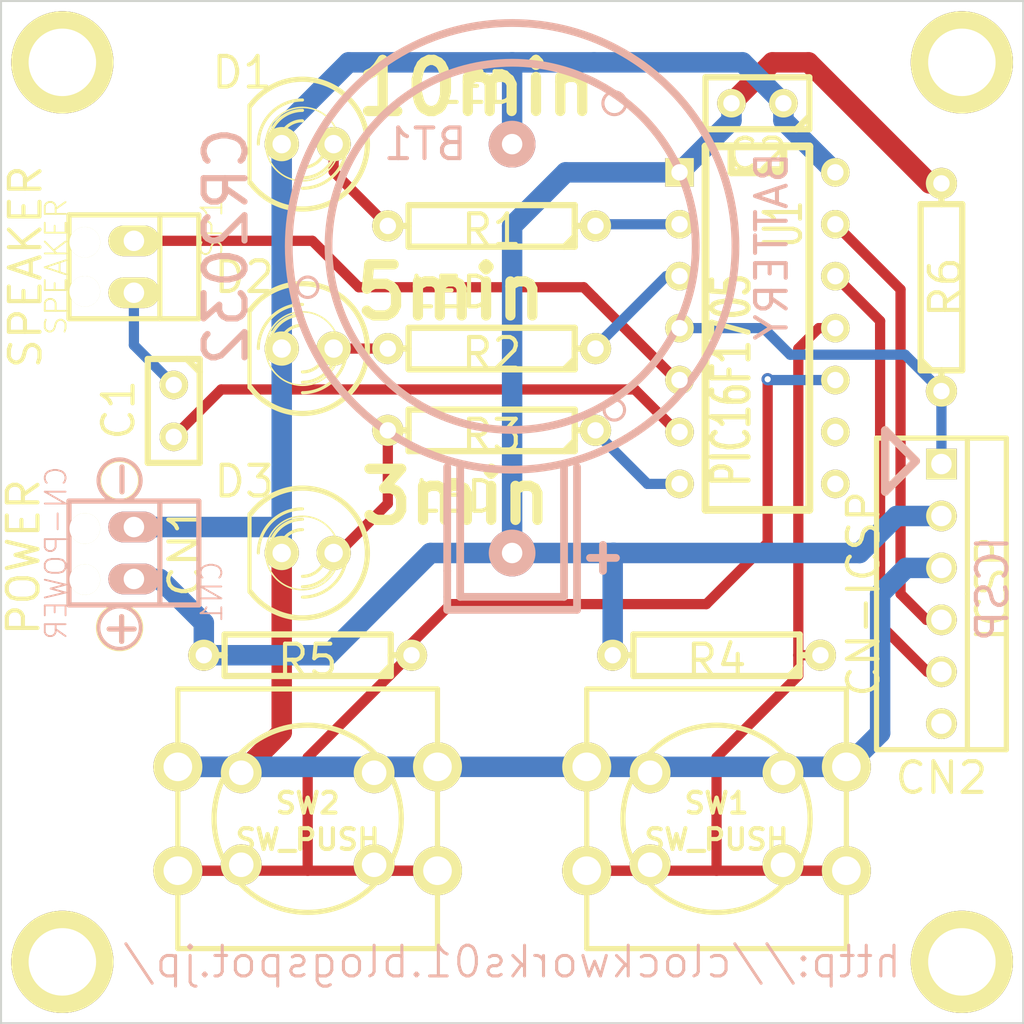
<source format=kicad_pcb>
(kicad_pcb (version 3) (host pcbnew "(2013-07-07 BZR 4022)-stable")

  (general
    (links 45)
    (no_connects 0)
    (area 87.000001 44.150001 163 109.7)
    (thickness 1.6)
    (drawings 54)
    (tracks 121)
    (zones 0)
    (modules 26)
    (nets 17)
  )

  (page A4)
  (title_block 
    (title PIC16F1827_MelodyTimer4)
    (rev 1.0.0)
    (company ClockWorks001)
    (comment 1 PIC16F1827)
  )

  (layers
    (15 F.Cu signal)
    (0 B.Cu signal hide)
    (16 B.Adhes user hide)
    (17 F.Adhes user hide)
    (18 B.Paste user hide)
    (19 F.Paste user hide)
    (20 B.SilkS user)
    (21 F.SilkS user hide)
    (22 B.Mask user)
    (23 F.Mask user)
    (24 Dwgs.User user hide)
    (25 Cmts.User user)
    (26 Eco1.User user hide)
    (27 Eco2.User user hide)
    (28 Edge.Cuts user)
  )

  (setup
    (last_trace_width 0.5)
    (trace_clearance 0.25)
    (zone_clearance 0.508)
    (zone_45_only no)
    (trace_min 0.3)
    (segment_width 0.2)
    (edge_width 0.1)
    (via_size 0.6)
    (via_drill 0.3)
    (via_min_size 0.6)
    (via_min_drill 0.3)
    (uvia_size 0.508)
    (uvia_drill 0.127)
    (uvias_allowed no)
    (uvia_min_size 0.508)
    (uvia_min_drill 0.127)
    (pcb_text_width 0.3)
    (pcb_text_size 1.5 1.5)
    (mod_edge_width 0.15)
    (mod_text_size 1.5 1.5)
    (mod_text_width 0.2)
    (pad_size 1.5 1.5)
    (pad_drill 1.5)
    (pad_to_mask_clearance 0)
    (aux_axis_origin 0 0)
    (visible_elements 7FFFFD9F)
    (pcbplotparams
      (layerselection 284196865)
      (usegerberextensions true)
      (excludeedgelayer true)
      (linewidth 0.160000)
      (plotframeref false)
      (viasonmask false)
      (mode 1)
      (useauxorigin false)
      (hpglpennumber 1)
      (hpglpenspeed 20)
      (hpglpendiameter 15)
      (hpglpenoverlay 2)
      (psnegative false)
      (psa4output false)
      (plotreference true)
      (plotvalue false)
      (plotothertext false)
      (plotinvisibletext false)
      (padsonsilk false)
      (subtractmaskfromsilk false)
      (outputformat 1)
      (mirror false)
      (drillshape 0)
      (scaleselection 1)
      (outputdirectory ""))
  )

  (net 0 "")
  (net 1 +3.3V)
  (net 2 GND)
  (net 3 N-000001)
  (net 4 N-0000010)
  (net 5 N-0000011)
  (net 6 N-0000012)
  (net 7 N-0000014)
  (net 8 N-0000015)
  (net 9 N-0000016)
  (net 10 N-0000017)
  (net 11 N-0000018)
  (net 12 N-000002)
  (net 13 N-000004)
  (net 14 N-000005)
  (net 15 N-000007)
  (net 16 N-000009)

  (net_class Default "これは標準のネット クラスです。"
    (clearance 0.25)
    (trace_width 0.5)
    (via_dia 0.6)
    (via_drill 0.3)
    (uvia_dia 0.508)
    (uvia_drill 0.127)
    (add_net "")
    (add_net N-000001)
    (add_net N-0000010)
    (add_net N-0000011)
    (add_net N-0000012)
    (add_net N-0000014)
    (add_net N-0000015)
    (add_net N-0000016)
    (add_net N-0000017)
    (add_net N-0000018)
    (add_net N-000002)
    (add_net N-000004)
    (add_net N-000005)
    (add_net N-000007)
    (add_net N-000009)
  )

  (net_class 1.5mmWidth ""
    (clearance 0.5)
    (trace_width 1.5)
    (via_dia 1.5)
    (via_drill 0.8)
    (uvia_dia 0.508)
    (uvia_drill 0.127)
  )

  (net_class 1mmWidth ""
    (clearance 0.4)
    (trace_width 1)
    (via_dia 1)
    (via_drill 0.6)
    (uvia_dia 0.508)
    (uvia_drill 0.127)
    (add_net +3.3V)
    (add_net GND)
  )

  (module CR2032H_AK (layer B.Cu) (tedit 54FEFE18) (tstamp 54F5C385)
    (at 125 62 270)
    (path /54F5C03D)
    (fp_text reference BT1 (at -5 4.25 360) (layer B.SilkS)
      (effects (font (size 1.5 1.5) (thickness 0.2)) (justify mirror))
    )
    (fp_text value BATTERY (at 0 -12.7 270) (layer B.SilkS)
      (effects (font (size 1.5 1.5) (thickness 0.2)) (justify mirror))
    )
    (fp_circle (center 2 10) (end 2.5 10) (layer B.SilkS) (width 0.15))
    (fp_circle (center 8 -5) (end 7.5 -5) (layer B.SilkS) (width 0.15))
    (fp_circle (center -7 -5) (end -6.5 -4.75) (layer B.SilkS) (width 0.15))
    (fp_line (start 15.24 -3.81) (end 15.24 -5.08) (layer B.SilkS) (width 0.381))
    (fp_line (start 14.605 -4.445) (end 15.875 -4.445) (layer B.SilkS) (width 0.381))
    (fp_line (start 10.795 2.54) (end 17.145 2.54) (layer B.SilkS) (width 0.381))
    (fp_line (start 17.145 2.54) (end 17.145 -2.54) (layer B.SilkS) (width 0.381))
    (fp_line (start 17.145 -2.54) (end 10.795 -2.54) (layer B.SilkS) (width 0.381))
    (fp_line (start 17.145 3.175) (end 17.78 3.175) (layer B.SilkS) (width 0.381))
    (fp_line (start 17.78 3.175) (end 17.78 -3.175) (layer B.SilkS) (width 0.381))
    (fp_line (start 17.78 -3.175) (end 17.145 -3.175) (layer B.SilkS) (width 0.381))
    (fp_line (start 15.875 3.175) (end 17.145 3.175) (layer B.SilkS) (width 0.381))
    (fp_line (start 17.145 -3.175) (end 10.795 -3.175) (layer B.SilkS) (width 0.381))
    (fp_line (start 10.795 3.175) (end 15.875 3.175) (layer B.SilkS) (width 0.381))
    (fp_circle (center 0 0) (end -1.27 8.89) (layer B.SilkS) (width 0.381))
    (fp_circle (center 0 0) (end 6.35 -8.89) (layer B.SilkS) (width 0.381))
    (pad 2 thru_hole circle (at -5 0 270) (size 2.286 2.286) (drill 1)
      (layers *.Cu *.Mask B.SilkS)
      (net 2 GND)
    )
    (pad 1 thru_hole circle (at 15 0 270) (size 2.286 2.286) (drill 1)
      (layers *.Cu *.Mask B.SilkS)
      (net 1 +3.3V)
    )
  )

  (module LED-5MM_AK (layer F.Cu) (tedit 55A3C9F0) (tstamp 54F66613)
    (at 115 77 180)
    (descr "LED 5mm - Lead pitch 100mil (2,54mm)")
    (tags "LED led 5mm 5MM 100mil 2,54mm")
    (path /54E935CC)
    (fp_text reference D3 (at 3.1 3.5 180) (layer F.SilkS)
      (effects (font (size 1.5 1.5) (thickness 0.2)))
    )
    (fp_text value LED (at -7.25 2.75 180) (layer F.SilkS)
      (effects (font (size 1.5 1.5) (thickness 0.2)))
    )
    (fp_line (start 2.8448 1.905) (end 2.8448 -1.905) (layer F.SilkS) (width 0.2032))
    (fp_circle (center 0.254 0) (end -1.016 1.27) (layer F.SilkS) (width 0.0762))
    (fp_arc (start 0.254 0) (end 2.794 1.905) (angle 286.2) (layer F.SilkS) (width 0.254))
    (fp_arc (start 0.254 0) (end -0.889 0) (angle 90) (layer F.SilkS) (width 0.1524))
    (fp_arc (start 0.254 0) (end 1.397 0) (angle 90) (layer F.SilkS) (width 0.1524))
    (fp_arc (start 0.254 0) (end -1.397 0) (angle 90) (layer F.SilkS) (width 0.1524))
    (fp_arc (start 0.254 0) (end 1.905 0) (angle 90) (layer F.SilkS) (width 0.1524))
    (fp_arc (start 0.254 0) (end -1.905 0) (angle 90) (layer F.SilkS) (width 0.1524))
    (fp_arc (start 0.254 0) (end 2.413 0) (angle 90) (layer F.SilkS) (width 0.1524))
    (pad 1 thru_hole circle (at -1.27 0 180) (size 1.6764 1.6764) (drill 0.9)
      (layers *.Cu *.Mask F.SilkS)
      (net 11 N-0000018)
    )
    (pad 2 thru_hole circle (at 1.27 0 180) (size 1.6764 1.6764) (drill 0.9)
      (layers *.Cu *.Mask F.SilkS)
      (net 2 GND)
    )
    (model discret/leds/led5_vertical_verde.wrl
      (at (xyz 0 0 0))
      (scale (xyz 1 1 1))
      (rotate (xyz 0 0 0))
    )
  )

  (module LED-5MM_AK (layer F.Cu) (tedit 55A3C9FC) (tstamp 54F66633)
    (at 115 67 180)
    (descr "LED 5mm - Lead pitch 100mil (2,54mm)")
    (tags "LED led 5mm 5MM 100mil 2,54mm")
    (path /54E935C4)
    (fp_text reference D2 (at 3.1 3.5 180) (layer F.SilkS)
      (effects (font (size 1.5 1.5) (thickness 0.2)))
    )
    (fp_text value LED (at -7 2.75 180) (layer F.SilkS)
      (effects (font (size 1.5 1.5) (thickness 0.2)))
    )
    (fp_line (start 2.8448 1.905) (end 2.8448 -1.905) (layer F.SilkS) (width 0.2032))
    (fp_circle (center 0.254 0) (end -1.016 1.27) (layer F.SilkS) (width 0.0762))
    (fp_arc (start 0.254 0) (end 2.794 1.905) (angle 286.2) (layer F.SilkS) (width 0.254))
    (fp_arc (start 0.254 0) (end -0.889 0) (angle 90) (layer F.SilkS) (width 0.1524))
    (fp_arc (start 0.254 0) (end 1.397 0) (angle 90) (layer F.SilkS) (width 0.1524))
    (fp_arc (start 0.254 0) (end -1.397 0) (angle 90) (layer F.SilkS) (width 0.1524))
    (fp_arc (start 0.254 0) (end 1.905 0) (angle 90) (layer F.SilkS) (width 0.1524))
    (fp_arc (start 0.254 0) (end -1.905 0) (angle 90) (layer F.SilkS) (width 0.1524))
    (fp_arc (start 0.254 0) (end 2.413 0) (angle 90) (layer F.SilkS) (width 0.1524))
    (pad 1 thru_hole circle (at -1.27 0 180) (size 1.6764 1.6764) (drill 0.9)
      (layers *.Cu *.Mask F.SilkS)
      (net 10 N-0000017)
    )
    (pad 2 thru_hole circle (at 1.27 0 180) (size 1.6764 1.6764) (drill 0.9)
      (layers *.Cu *.Mask F.SilkS)
      (net 2 GND)
    )
    (model discret/leds/led5_vertical_verde.wrl
      (at (xyz 0 0 0))
      (scale (xyz 1 1 1))
      (rotate (xyz 0 0 0))
    )
  )

  (module LED-5MM_AK (layer F.Cu) (tedit 55A3CA07) (tstamp 54F66653)
    (at 115 57 180)
    (descr "LED 5mm - Lead pitch 100mil (2,54mm)")
    (tags "LED led 5mm 5MM 100mil 2,54mm")
    (path /54E93581)
    (fp_text reference D1 (at 3.2 3.5 180) (layer F.SilkS)
      (effects (font (size 1.5 1.5) (thickness 0.2)))
    )
    (fp_text value LED (at -8.25 2.75 180) (layer F.SilkS)
      (effects (font (size 1.5 1.5) (thickness 0.2)))
    )
    (fp_line (start 2.8448 1.905) (end 2.8448 -1.905) (layer F.SilkS) (width 0.2032))
    (fp_circle (center 0.254 0) (end -1.016 1.27) (layer F.SilkS) (width 0.0762))
    (fp_arc (start 0.254 0) (end 2.794 1.905) (angle 286.2) (layer F.SilkS) (width 0.254))
    (fp_arc (start 0.254 0) (end -0.889 0) (angle 90) (layer F.SilkS) (width 0.1524))
    (fp_arc (start 0.254 0) (end 1.397 0) (angle 90) (layer F.SilkS) (width 0.1524))
    (fp_arc (start 0.254 0) (end -1.397 0) (angle 90) (layer F.SilkS) (width 0.1524))
    (fp_arc (start 0.254 0) (end 1.905 0) (angle 90) (layer F.SilkS) (width 0.1524))
    (fp_arc (start 0.254 0) (end -1.905 0) (angle 90) (layer F.SilkS) (width 0.1524))
    (fp_arc (start 0.254 0) (end 2.413 0) (angle 90) (layer F.SilkS) (width 0.1524))
    (pad 1 thru_hole circle (at -1.27 0 180) (size 1.6764 1.6764) (drill 0.9)
      (layers *.Cu *.Mask F.SilkS)
      (net 8 N-0000015)
    )
    (pad 2 thru_hole circle (at 1.27 0 180) (size 1.6764 1.6764) (drill 0.9)
      (layers *.Cu *.Mask F.SilkS)
      (net 2 GND)
    )
    (model discret/leds/led5_vertical_verde.wrl
      (at (xyz 0 0 0))
      (scale (xyz 1 1 1))
      (rotate (xyz 0 0 0))
    )
  )

  (module PAD3mmX5mm (layer F.Cu) (tedit 54FC3A35) (tstamp 54F7118F)
    (at 103 97)
    (fp_text reference P3 (at 0 0) (layer F.SilkS)
      (effects (font (size 1.5 1.5) (thickness 0.2)))
    )
    (fp_text value "" (at 2.54 -1.27) (layer F.SilkS)
      (effects (font (size 1.5 1.5) (thickness 0.2)))
    )
    (pad "" thru_hole circle (at 0 0) (size 5 5) (drill 3.3)
      (layers *.Cu *.Mask F.SilkS)
    )
  )

  (module PAD3mmX5mm (layer F.Cu) (tedit 54FC3A38) (tstamp 54F85210)
    (at 147 97)
    (fp_text reference P4 (at 0 0) (layer F.SilkS)
      (effects (font (size 1.5 1.5) (thickness 0.2)))
    )
    (fp_text value "" (at 2.54 -1.27) (layer F.SilkS)
      (effects (font (size 1.5 1.5) (thickness 0.2)))
    )
    (pad "" thru_hole circle (at 0 0) (size 5 5) (drill 3.3)
      (layers *.Cu *.Mask F.SilkS)
    )
  )

  (module PAD3mmX5mm (layer F.Cu) (tedit 54FC3A32) (tstamp 54F7117D)
    (at 103 53)
    (fp_text reference P2 (at 0 0) (layer F.SilkS)
      (effects (font (size 1.5 1.5) (thickness 0.2)))
    )
    (fp_text value "" (at 2.54 -1.27) (layer F.SilkS)
      (effects (font (size 1.5 1.5) (thickness 0.2)))
    )
    (pad "" thru_hole circle (at 0 0) (size 5 5) (drill 3.3)
      (layers *.Cu *.Mask F.SilkS)
    )
  )

  (module PAD3mmX5mm (layer F.Cu) (tedit 54FC3A2F) (tstamp 54F71174)
    (at 147 53)
    (fp_text reference P1 (at 0 0) (layer F.SilkS)
      (effects (font (size 1.5 1.5) (thickness 0.2)))
    )
    (fp_text value "" (at 2.54 -1.27) (layer F.SilkS)
      (effects (font (size 1.5 1.5) (thickness 0.2)))
    )
    (pad "" thru_hole circle (at 0 0) (size 5 5) (drill 3.3)
      (layers *.Cu *.Mask F.SilkS)
    )
  )

  (module R4_MU (layer F.Cu) (tedit 54FF02C2) (tstamp 54F666C7)
    (at 135 82 180)
    (descr "Resitance 4 pas")
    (tags R)
    (path /54E93F69)
    (autoplace_cost180 10)
    (fp_text reference R4 (at 0 -0.25 180) (layer F.SilkS)
      (effects (font (size 1.5 1.5) (thickness 0.2)))
    )
    (fp_text value 10K (at -0.25 2 180) (layer F.SilkS) hide
      (effects (font (size 1.5 1.5) (thickness 0.2)))
    )
    (fp_line (start -5.08 0) (end -4.064 0) (layer F.SilkS) (width 0.3048))
    (fp_line (start -4.064 0) (end -4.064 -1.016) (layer F.SilkS) (width 0.3048))
    (fp_line (start -4.064 -1.016) (end 4.064 -1.016) (layer F.SilkS) (width 0.3048))
    (fp_line (start 4.064 -1.016) (end 4.064 1.016) (layer F.SilkS) (width 0.3048))
    (fp_line (start 4.064 1.016) (end -4.064 1.016) (layer F.SilkS) (width 0.3048))
    (fp_line (start -4.064 1.016) (end -4.064 0) (layer F.SilkS) (width 0.3048))
    (fp_line (start -4.064 -0.508) (end -3.556 -1.016) (layer F.SilkS) (width 0.3048))
    (fp_line (start 5.08 0) (end 4.064 0) (layer F.SilkS) (width 0.3048))
    (pad 1 thru_hole circle (at -5.08 0 180) (size 1.524 1.524) (drill 0.8)
      (layers *.Cu *.Mask F.SilkS)
      (net 3 N-000001)
    )
    (pad 2 thru_hole circle (at 5.08 0 180) (size 1.524 1.524) (drill 0.8)
      (layers *.Cu *.Mask F.SilkS)
      (net 1 +3.3V)
    )
    (model discret/resistor.wrl
      (at (xyz 0 0 0))
      (scale (xyz 0.4 0.4 0.4))
      (rotate (xyz 0 0 0))
    )
  )

  (module R4_MU (layer F.Cu) (tedit 54FF02C6) (tstamp 54F666E5)
    (at 115 82 180)
    (descr "Resitance 4 pas")
    (tags R)
    (path /54E93E26)
    (autoplace_cost180 10)
    (fp_text reference R5 (at 0 -0.25 180) (layer F.SilkS)
      (effects (font (size 1.5 1.5) (thickness 0.2)))
    )
    (fp_text value 10K (at -0.25 2 180) (layer F.SilkS) hide
      (effects (font (size 1.5 1.5) (thickness 0.2)))
    )
    (fp_line (start -5.08 0) (end -4.064 0) (layer F.SilkS) (width 0.3048))
    (fp_line (start -4.064 0) (end -4.064 -1.016) (layer F.SilkS) (width 0.3048))
    (fp_line (start -4.064 -1.016) (end 4.064 -1.016) (layer F.SilkS) (width 0.3048))
    (fp_line (start 4.064 -1.016) (end 4.064 1.016) (layer F.SilkS) (width 0.3048))
    (fp_line (start 4.064 1.016) (end -4.064 1.016) (layer F.SilkS) (width 0.3048))
    (fp_line (start -4.064 1.016) (end -4.064 0) (layer F.SilkS) (width 0.3048))
    (fp_line (start -4.064 -0.508) (end -3.556 -1.016) (layer F.SilkS) (width 0.3048))
    (fp_line (start 5.08 0) (end 4.064 0) (layer F.SilkS) (width 0.3048))
    (pad 1 thru_hole circle (at -5.08 0 180) (size 1.524 1.524) (drill 0.8)
      (layers *.Cu *.Mask F.SilkS)
      (net 16 N-000009)
    )
    (pad 2 thru_hole circle (at 5.08 0 180) (size 1.524 1.524) (drill 0.8)
      (layers *.Cu *.Mask F.SilkS)
      (net 1 +3.3V)
    )
    (model discret/resistor.wrl
      (at (xyz 0 0 0))
      (scale (xyz 0.4 0.4 0.4))
      (rotate (xyz 0 0 0))
    )
  )

  (module R4_MU (layer F.Cu) (tedit 54FF028E) (tstamp 54F72914)
    (at 124 71 180)
    (descr "Resitance 4 pas")
    (tags R)
    (path /54E936EC)
    (autoplace_cost180 10)
    (fp_text reference R3 (at 0 -0.25 180) (layer F.SilkS)
      (effects (font (size 1.5 1.5) (thickness 0.2)))
    )
    (fp_text value 240 (at 0 2 180) (layer F.SilkS) hide
      (effects (font (size 1.5 1.5) (thickness 0.2)))
    )
    (fp_line (start -5.08 0) (end -4.064 0) (layer F.SilkS) (width 0.3048))
    (fp_line (start -4.064 0) (end -4.064 -1.016) (layer F.SilkS) (width 0.3048))
    (fp_line (start -4.064 -1.016) (end 4.064 -1.016) (layer F.SilkS) (width 0.3048))
    (fp_line (start 4.064 -1.016) (end 4.064 1.016) (layer F.SilkS) (width 0.3048))
    (fp_line (start 4.064 1.016) (end -4.064 1.016) (layer F.SilkS) (width 0.3048))
    (fp_line (start -4.064 1.016) (end -4.064 0) (layer F.SilkS) (width 0.3048))
    (fp_line (start -4.064 -0.508) (end -3.556 -1.016) (layer F.SilkS) (width 0.3048))
    (fp_line (start 5.08 0) (end 4.064 0) (layer F.SilkS) (width 0.3048))
    (pad 1 thru_hole circle (at -5.08 0 180) (size 1.524 1.524) (drill 0.8)
      (layers *.Cu *.Mask F.SilkS)
      (net 15 N-000007)
    )
    (pad 2 thru_hole circle (at 5.08 0 180) (size 1.524 1.524) (drill 0.8)
      (layers *.Cu *.Mask F.SilkS)
      (net 11 N-0000018)
    )
    (model discret/resistor.wrl
      (at (xyz 0 0 0))
      (scale (xyz 0.4 0.4 0.4))
      (rotate (xyz 0 0 0))
    )
  )

  (module R4_MU (layer F.Cu) (tedit 54FF0292) (tstamp 54F66721)
    (at 124 67 180)
    (descr "Resitance 4 pas")
    (tags R)
    (path /54E936CD)
    (autoplace_cost180 10)
    (fp_text reference R2 (at 0 -0.25 180) (layer F.SilkS)
      (effects (font (size 1.5 1.5) (thickness 0.2)))
    )
    (fp_text value 240 (at 0 2 180) (layer F.SilkS) hide
      (effects (font (size 1.5 1.5) (thickness 0.2)))
    )
    (fp_line (start -5.08 0) (end -4.064 0) (layer F.SilkS) (width 0.3048))
    (fp_line (start -4.064 0) (end -4.064 -1.016) (layer F.SilkS) (width 0.3048))
    (fp_line (start -4.064 -1.016) (end 4.064 -1.016) (layer F.SilkS) (width 0.3048))
    (fp_line (start 4.064 -1.016) (end 4.064 1.016) (layer F.SilkS) (width 0.3048))
    (fp_line (start 4.064 1.016) (end -4.064 1.016) (layer F.SilkS) (width 0.3048))
    (fp_line (start -4.064 1.016) (end -4.064 0) (layer F.SilkS) (width 0.3048))
    (fp_line (start -4.064 -0.508) (end -3.556 -1.016) (layer F.SilkS) (width 0.3048))
    (fp_line (start 5.08 0) (end 4.064 0) (layer F.SilkS) (width 0.3048))
    (pad 1 thru_hole circle (at -5.08 0 180) (size 1.524 1.524) (drill 0.8)
      (layers *.Cu *.Mask F.SilkS)
      (net 9 N-0000016)
    )
    (pad 2 thru_hole circle (at 5.08 0 180) (size 1.524 1.524) (drill 0.8)
      (layers *.Cu *.Mask F.SilkS)
      (net 10 N-0000017)
    )
    (model discret/resistor.wrl
      (at (xyz 0 0 0))
      (scale (xyz 0.4 0.4 0.4))
      (rotate (xyz 0 0 0))
    )
  )

  (module R4_MU (layer F.Cu) (tedit 54FF02A4) (tstamp 54F6673F)
    (at 124 61 180)
    (descr "Resitance 4 pas")
    (tags R)
    (path /54E936B1)
    (autoplace_cost180 10)
    (fp_text reference R1 (at 0 -0.2 180) (layer F.SilkS)
      (effects (font (size 1.5 1.5) (thickness 0.2)))
    )
    (fp_text value 240 (at 0 2 180) (layer F.SilkS) hide
      (effects (font (size 1.5 1.5) (thickness 0.2)))
    )
    (fp_line (start -5.08 0) (end -4.064 0) (layer F.SilkS) (width 0.3048))
    (fp_line (start -4.064 0) (end -4.064 -1.016) (layer F.SilkS) (width 0.3048))
    (fp_line (start -4.064 -1.016) (end 4.064 -1.016) (layer F.SilkS) (width 0.3048))
    (fp_line (start 4.064 -1.016) (end 4.064 1.016) (layer F.SilkS) (width 0.3048))
    (fp_line (start 4.064 1.016) (end -4.064 1.016) (layer F.SilkS) (width 0.3048))
    (fp_line (start -4.064 1.016) (end -4.064 0) (layer F.SilkS) (width 0.3048))
    (fp_line (start -4.064 -0.508) (end -3.556 -1.016) (layer F.SilkS) (width 0.3048))
    (fp_line (start 5.08 0) (end 4.064 0) (layer F.SilkS) (width 0.3048))
    (pad 1 thru_hole circle (at -5.08 0 180) (size 1.524 1.524) (drill 0.8)
      (layers *.Cu *.Mask F.SilkS)
      (net 7 N-0000014)
    )
    (pad 2 thru_hole circle (at 5.08 0 180) (size 1.524 1.524) (drill 0.8)
      (layers *.Cu *.Mask F.SilkS)
      (net 8 N-0000015)
    )
    (model discret/resistor.wrl
      (at (xyz 0 0 0))
      (scale (xyz 0.4 0.4 0.4))
      (rotate (xyz 0 0 0))
    )
  )

  (module C1_MU (layer F.Cu) (tedit 54FEF9D5) (tstamp 54FB130A)
    (at 137 55 180)
    (descr "Condensateur e = 1 pas")
    (tags C)
    (path /54E93FFC)
    (fp_text reference C2 (at 0 -2.5 180) (layer F.SilkS)
      (effects (font (size 1.5 1.5) (thickness 0.2)))
    )
    (fp_text value 0.1uF (at 0 2.25 180) (layer F.SilkS) hide
      (effects (font (size 1.5 1.5) (thickness 0.2)))
    )
    (fp_line (start -2.4892 -1.27) (end 2.54 -1.27) (layer F.SilkS) (width 0.3048))
    (fp_line (start 2.54 -1.27) (end 2.54 1.27) (layer F.SilkS) (width 0.3048))
    (fp_line (start 2.54 1.27) (end -2.54 1.27) (layer F.SilkS) (width 0.3048))
    (fp_line (start -2.54 1.27) (end -2.54 -1.27) (layer F.SilkS) (width 0.3048))
    (fp_line (start -2.54 -0.635) (end -1.905 -1.27) (layer F.SilkS) (width 0.3048))
    (pad 1 thru_hole circle (at -1.27 0 180) (size 1.397 1.397) (drill 0.8)
      (layers *.Cu *.Mask F.SilkS)
      (net 2 GND)
    )
    (pad 2 thru_hole circle (at 1.27 0 180) (size 1.397 1.397) (drill 0.8)
      (layers *.Cu *.Mask F.SilkS)
      (net 1 +3.3V)
    )
    (model discret/capa_1_pas.wrl
      (at (xyz 0 0 0))
      (scale (xyz 1 1 1))
      (rotate (xyz 0 0 0))
    )
  )

  (module C1_MU (layer F.Cu) (tedit 54FEF998) (tstamp 54F665B7)
    (at 108.45 70.05 270)
    (descr "Condensateur e = 1 pas")
    (tags C)
    (path /54E93762)
    (fp_text reference C1 (at -0.05 2.7 270) (layer F.SilkS)
      (effects (font (size 1.5 1.5) (thickness 0.2)))
    )
    (fp_text value 10uF (at 0 -2.286 270) (layer F.SilkS) hide
      (effects (font (size 1.5 1.5) (thickness 0.2)))
    )
    (fp_line (start -2.4892 -1.27) (end 2.54 -1.27) (layer F.SilkS) (width 0.3048))
    (fp_line (start 2.54 -1.27) (end 2.54 1.27) (layer F.SilkS) (width 0.3048))
    (fp_line (start 2.54 1.27) (end -2.54 1.27) (layer F.SilkS) (width 0.3048))
    (fp_line (start -2.54 1.27) (end -2.54 -1.27) (layer F.SilkS) (width 0.3048))
    (fp_line (start -2.54 -0.635) (end -1.905 -1.27) (layer F.SilkS) (width 0.3048))
    (pad 1 thru_hole circle (at -1.27 0 270) (size 1.397 1.397) (drill 0.8)
      (layers *.Cu *.Mask F.SilkS)
      (net 13 N-000004)
    )
    (pad 2 thru_hole circle (at 1.27 0 270) (size 1.397 1.397) (drill 0.8)
      (layers *.Cu *.Mask F.SilkS)
      (net 14 N-000005)
    )
    (model discret/capa_1_pas.wrl
      (at (xyz 0 0 0))
      (scale (xyz 1 1 1))
      (rotate (xyz 0 0 0))
    )
  )

  (module PINHEAD1-6_MU (layer F.Cu) (tedit 54FEF97B) (tstamp 54F71203)
    (at 146 79 270)
    (path /54E94800)
    (attr virtual)
    (fp_text reference CN2 (at 9 0 360) (layer F.SilkS)
      (effects (font (size 1.5 1.5) (thickness 0.2)))
    )
    (fp_text value CN-ICSP (at 0 3.81 270) (layer F.SilkS)
      (effects (font (size 1.5 1.5) (thickness 0.2)))
    )
    (fp_line (start 0 3.175) (end 7.62 3.175) (layer F.SilkS) (width 0.254))
    (fp_line (start 0 -1.27) (end 7.62 -1.27) (layer F.SilkS) (width 0.254))
    (fp_line (start 0 -3.175) (end 7.62 -3.175) (layer F.SilkS) (width 0.254))
    (fp_line (start -7.62 -3.175) (end -7.62 3.175) (layer F.SilkS) (width 0.254))
    (fp_line (start 7.62 -3.175) (end 7.62 3.175) (layer F.SilkS) (width 0.254))
    (fp_line (start 0 -1.27) (end -7.62 -1.27) (layer F.SilkS) (width 0.254))
    (fp_line (start -7.62 -3.175) (end 0 -3.175) (layer F.SilkS) (width 0.254))
    (fp_line (start 0 3.175) (end -7.62 3.175) (layer F.SilkS) (width 0.254))
    (pad 1 thru_hole rect (at -6.35 0 270) (size 1.5 1.5) (drill 1)
      (layers *.Cu *.Mask F.SilkS)
      (net 6 N-0000012)
    )
    (pad 2 thru_hole circle (at -3.81 0 270) (size 1.5 1.5) (drill 1)
      (layers *.Cu *.Mask F.SilkS)
      (net 1 +3.3V)
    )
    (pad 3 thru_hole circle (at -1.27 0 270) (size 1.5 1.5) (drill 1)
      (layers *.Cu *.Mask F.SilkS)
      (net 2 GND)
    )
    (pad 4 thru_hole circle (at 1.27 0 270) (size 1.5 1.5) (drill 1)
      (layers *.Cu *.Mask F.SilkS)
      (net 5 N-0000011)
    )
    (pad 5 thru_hole circle (at 3.81 0 270) (size 1.5 1.5) (drill 1)
      (layers *.Cu *.Mask F.SilkS)
      (net 4 N-0000010)
    )
    (pad 6 thru_hole circle (at 6.35 0 270) (size 1.5 1.5) (drill 1)
      (layers *.Cu *.Mask F.SilkS)
    )
  )

  (module R4_MU (layer F.Cu) (tedit 55A3CA5C) (tstamp 55A37B54)
    (at 146 64 90)
    (descr "Resitance 4 pas")
    (tags R)
    (path /55A23811)
    (autoplace_cost180 10)
    (fp_text reference R6 (at 0 0.2 90) (layer F.SilkS)
      (effects (font (size 1.5 1.5) (thickness 0.2)))
    )
    (fp_text value 10K (at 0 0 90) (layer F.SilkS) hide
      (effects (font (size 1.397 1.27) (thickness 0.2032)))
    )
    (fp_line (start -5.08 0) (end -4.064 0) (layer F.SilkS) (width 0.3048))
    (fp_line (start -4.064 0) (end -4.064 -1.016) (layer F.SilkS) (width 0.3048))
    (fp_line (start -4.064 -1.016) (end 4.064 -1.016) (layer F.SilkS) (width 0.3048))
    (fp_line (start 4.064 -1.016) (end 4.064 1.016) (layer F.SilkS) (width 0.3048))
    (fp_line (start 4.064 1.016) (end -4.064 1.016) (layer F.SilkS) (width 0.3048))
    (fp_line (start -4.064 1.016) (end -4.064 0) (layer F.SilkS) (width 0.3048))
    (fp_line (start -4.064 -0.508) (end -3.556 -1.016) (layer F.SilkS) (width 0.3048))
    (fp_line (start 5.08 0) (end 4.064 0) (layer F.SilkS) (width 0.3048))
    (pad 1 thru_hole circle (at -5.08 0 90) (size 1.524 1.524) (drill 0.8)
      (layers *.Cu *.Mask F.SilkS)
      (net 6 N-0000012)
    )
    (pad 2 thru_hole circle (at 5.08 0 90) (size 1.524 1.524) (drill 0.8)
      (layers *.Cu *.Mask F.SilkS)
      (net 1 +3.3V)
    )
    (model discret/resistor.wrl
      (at (xyz 0 0 0))
      (scale (xyz 0.4 0.4 0.4))
      (rotate (xyz 0 0 0))
    )
  )

  (module DIP-14__300_MU (layer F.Cu) (tedit 55A37F11) (tstamp 55A3A45E)
    (at 137 66 270)
    (descr "8 pins DIL package, round pads")
    (path /55A378B3)
    (fp_text reference U1 (at -5.08 -1.27 270) (layer F.SilkS)
      (effects (font (size 1.778 1.143) (thickness 0.2)))
    )
    (fp_text value PIC16F1705 (at 2.54 1.27 270) (layer F.SilkS)
      (effects (font (size 1.778 1.143) (thickness 0.25)))
    )
    (fp_line (start -8.89 -2.54) (end 8.89 -2.54) (layer F.SilkS) (width 0.381))
    (fp_line (start -8.89 2.54) (end 8.89 2.54) (layer F.SilkS) (width 0.381))
    (fp_line (start -8.89 -1.27) (end -7.62 -1.27) (layer F.SilkS) (width 0.381))
    (fp_line (start -7.62 -1.27) (end -7.62 1.27) (layer F.SilkS) (width 0.381))
    (fp_line (start -7.62 1.27) (end -8.89 1.27) (layer F.SilkS) (width 0.381))
    (fp_line (start 8.89 -2.54) (end 8.89 2.54) (layer F.SilkS) (width 0.381))
    (fp_line (start -8.89 2.54) (end -8.89 -2.54) (layer F.SilkS) (width 0.381))
    (pad 1 thru_hole rect (at -7.62 3.81 270) (size 1.397 1.397) (drill 0.8)
      (layers *.Cu *.Mask F.SilkS)
      (net 1 +3.3V)
    )
    (pad 2 thru_hole circle (at -5.08 3.81 270) (size 1.397 1.397) (drill 0.8)
      (layers *.Cu *.Mask F.SilkS)
      (net 7 N-0000014)
    )
    (pad 3 thru_hole circle (at -2.54 3.81 270) (size 1.397 1.397) (drill 0.8)
      (layers *.Cu *.Mask F.SilkS)
      (net 9 N-0000016)
    )
    (pad 4 thru_hole circle (at 0 3.81 270) (size 1.397 1.397) (drill 0.8)
      (layers *.Cu *.Mask F.SilkS)
      (net 6 N-0000012)
    )
    (pad 5 thru_hole circle (at 2.54 3.81 270) (size 1.397 1.397) (drill 0.8)
      (layers *.Cu *.Mask F.SilkS)
      (net 12 N-000002)
    )
    (pad 6 thru_hole circle (at 5.08 3.81 270) (size 1.397 1.397) (drill 0.8)
      (layers *.Cu *.Mask F.SilkS)
      (net 14 N-000005)
    )
    (pad 7 thru_hole circle (at 7.62 3.81 270) (size 1.397 1.397) (drill 0.8)
      (layers *.Cu *.Mask F.SilkS)
      (net 15 N-000007)
    )
    (pad 8 thru_hole circle (at 7.62 -3.81 270) (size 1.397 1.397) (drill 0.8)
      (layers *.Cu *.Mask F.SilkS)
    )
    (pad 9 thru_hole circle (at 5.08 -3.81 270) (size 1.397 1.397) (drill 0.8)
      (layers *.Cu *.Mask F.SilkS)
    )
    (pad 10 thru_hole circle (at 2.54 -3.81 270) (size 1.397 1.397) (drill 0.8)
      (layers *.Cu *.Mask F.SilkS)
      (net 16 N-000009)
    )
    (pad 11 thru_hole circle (at 0 -3.81 270) (size 1.397 1.397) (drill 0.8)
      (layers *.Cu *.Mask F.SilkS)
      (net 3 N-000001)
    )
    (pad 12 thru_hole circle (at -2.54 -3.81 270) (size 1.397 1.397) (drill 0.8)
      (layers *.Cu *.Mask F.SilkS)
      (net 4 N-0000010)
    )
    (pad 13 thru_hole circle (at -5.08 -3.81 270) (size 1.397 1.397) (drill 0.8)
      (layers *.Cu *.Mask F.SilkS)
      (net 5 N-0000011)
    )
    (pad 14 thru_hole circle (at -7.62 -3.81 270) (size 1.397 1.397) (drill 0.8)
      (layers *.Cu *.Mask F.SilkS)
      (net 2 GND)
    )
    (model dil/dil_18.wrl
      (at (xyz 0 0 0))
      (scale (xyz 1 1 1))
      (rotate (xyz 0 0 0))
    )
  )

  (module SW_PUSH-12mm+_AK (layer F.Cu) (tedit 55A38C60) (tstamp 54FB1543)
    (at 135 90)
    (path /54E93502)
    (fp_text reference SW1 (at 0 -0.762) (layer F.SilkS)
      (effects (font (size 1.016 1.016) (thickness 0.2032)))
    )
    (fp_text value SW_PUSH (at 0 1.016) (layer F.SilkS)
      (effects (font (size 1.016 1.016) (thickness 0.2032)))
    )
    (fp_circle (center 0 0) (end 3.81 2.54) (layer F.SilkS) (width 0.254))
    (fp_line (start -6.35 -6.35) (end 6.35 -6.35) (layer F.SilkS) (width 0.254))
    (fp_line (start 6.35 -6.35) (end 6.35 6.35) (layer F.SilkS) (width 0.254))
    (fp_line (start 6.35 6.35) (end -6.35 6.35) (layer F.SilkS) (width 0.254))
    (fp_line (start -6.35 6.35) (end -6.35 -6.35) (layer F.SilkS) (width 0.254))
    (pad 1 thru_hole circle (at 6.35 -2.54) (size 2.4 2.4) (drill 1.4)
      (layers *.Cu *.Mask F.SilkS)
      (net 2 GND)
    )
    (pad 2 thru_hole circle (at 6.35 2.54) (size 2.4 2.4) (drill 1.4)
      (layers *.Cu *.Mask F.SilkS)
      (net 3 N-000001)
    )
    (pad 1 thru_hole circle (at -6.35 -2.54) (size 2.4 2.4) (drill 1.4)
      (layers *.Cu *.Mask F.SilkS)
      (net 2 GND)
    )
    (pad 2 thru_hole circle (at -6.35 2.54) (size 2.4 2.4) (drill 1.4)
      (layers *.Cu *.Mask F.SilkS)
      (net 3 N-000001)
    )
    (pad 1 thru_hole circle (at -3.25 -2.25) (size 2 2) (drill 1.2)
      (layers *.Cu *.Mask F.SilkS)
      (net 2 GND)
    )
    (pad 1 thru_hole circle (at 3.25 -2.25) (size 2 2) (drill 1.2)
      (layers *.Cu *.Mask F.SilkS)
      (net 2 GND)
    )
    (pad 2 thru_hole circle (at 3.25 2.25) (size 2 2) (drill 1.2)
      (layers *.Cu *.Mask F.SilkS)
      (net 3 N-000001)
    )
    (pad 2 thru_hole circle (at -3.25 2.25) (size 2 2) (drill 1.2)
      (layers *.Cu *.Mask F.SilkS)
      (net 3 N-000001)
    )
  )

  (module SW_PUSH-12mm+_AK (layer F.Cu) (tedit 55A38C60) (tstamp 54F6675B)
    (at 115 90)
    (path /54E9355A)
    (fp_text reference SW2 (at 0 -0.762) (layer F.SilkS)
      (effects (font (size 1.016 1.016) (thickness 0.2032)))
    )
    (fp_text value SW_PUSH (at 0 1.016) (layer F.SilkS)
      (effects (font (size 1.016 1.016) (thickness 0.2032)))
    )
    (fp_circle (center 0 0) (end 3.81 2.54) (layer F.SilkS) (width 0.254))
    (fp_line (start -6.35 -6.35) (end 6.35 -6.35) (layer F.SilkS) (width 0.254))
    (fp_line (start 6.35 -6.35) (end 6.35 6.35) (layer F.SilkS) (width 0.254))
    (fp_line (start 6.35 6.35) (end -6.35 6.35) (layer F.SilkS) (width 0.254))
    (fp_line (start -6.35 6.35) (end -6.35 -6.35) (layer F.SilkS) (width 0.254))
    (pad 1 thru_hole circle (at 6.35 -2.54) (size 2.4 2.4) (drill 1.4)
      (layers *.Cu *.Mask F.SilkS)
      (net 2 GND)
    )
    (pad 2 thru_hole circle (at 6.35 2.54) (size 2.4 2.4) (drill 1.4)
      (layers *.Cu *.Mask F.SilkS)
      (net 16 N-000009)
    )
    (pad 1 thru_hole circle (at -6.35 -2.54) (size 2.4 2.4) (drill 1.4)
      (layers *.Cu *.Mask F.SilkS)
      (net 2 GND)
    )
    (pad 2 thru_hole circle (at -6.35 2.54) (size 2.4 2.4) (drill 1.4)
      (layers *.Cu *.Mask F.SilkS)
      (net 16 N-000009)
    )
    (pad 1 thru_hole circle (at -3.25 -2.25) (size 2 2) (drill 1.2)
      (layers *.Cu *.Mask F.SilkS)
      (net 2 GND)
    )
    (pad 1 thru_hole circle (at 3.25 -2.25) (size 2 2) (drill 1.2)
      (layers *.Cu *.Mask F.SilkS)
      (net 2 GND)
    )
    (pad 2 thru_hole circle (at 3.25 2.25) (size 2 2) (drill 1.2)
      (layers *.Cu *.Mask F.SilkS)
      (net 16 N-000009)
    )
    (pad 2 thru_hole circle (at -3.25 2.25) (size 2 2) (drill 1.2)
      (layers *.Cu *.Mask F.SilkS)
      (net 16 N-000009)
    )
  )

  (module PINHEAD1-2_MU2 (layer B.Cu) (tedit 55A37E1E) (tstamp 54FC4298)
    (at 106.5 77 90)
    (path /54E9481E)
    (attr virtual)
    (fp_text reference CN1 (at -1.905 3.81 90) (layer B.SilkS)
      (effects (font (size 1.016 1.016) (thickness 0.0889)) (justify mirror))
    )
    (fp_text value CN-POWER (at 0 -3.81 90) (layer B.SilkS)
      (effects (font (size 1.016 1.016) (thickness 0.0889)) (justify mirror))
    )
    (fp_line (start 2.54 1.27) (end -2.54 1.27) (layer B.SilkS) (width 0.254))
    (fp_line (start 2.54 -3.175) (end -2.54 -3.175) (layer B.SilkS) (width 0.254))
    (fp_line (start -2.54 3.175) (end 2.54 3.175) (layer B.SilkS) (width 0.254))
    (fp_line (start -2.54 3.175) (end -2.54 -3.175) (layer B.SilkS) (width 0.254))
    (fp_line (start 2.54 3.175) (end 2.54 -3.175) (layer B.SilkS) (width 0.254))
    (pad 1 thru_hole oval (at -1.27 0 90) (size 1.5 2.5) (drill 1)
      (layers *.Cu *.Mask B.SilkS)
      (net 1 +3.3V)
    )
    (pad 2 thru_hole oval (at 1.27 0 90) (size 1.5 2.5) (drill 1)
      (layers *.Cu *.Mask B.SilkS)
      (net 2 GND)
    )
  )

  (module PINHEAD1-2_MU2 (layer F.Cu) (tedit 55A37E1E) (tstamp 54FC45D5)
    (at 106.5 63 270)
    (path /54E95E92)
    (attr virtual)
    (fp_text reference SP1 (at -1.905 -3.81 270) (layer F.SilkS)
      (effects (font (size 1.016 1.016) (thickness 0.0889)))
    )
    (fp_text value SPEAKER (at 0 3.81 270) (layer F.SilkS)
      (effects (font (size 1.016 1.016) (thickness 0.0889)))
    )
    (fp_line (start 2.54 -1.27) (end -2.54 -1.27) (layer F.SilkS) (width 0.254))
    (fp_line (start 2.54 3.175) (end -2.54 3.175) (layer F.SilkS) (width 0.254))
    (fp_line (start -2.54 -3.175) (end 2.54 -3.175) (layer F.SilkS) (width 0.254))
    (fp_line (start -2.54 -3.175) (end -2.54 3.175) (layer F.SilkS) (width 0.254))
    (fp_line (start 2.54 -3.175) (end 2.54 3.175) (layer F.SilkS) (width 0.254))
    (pad 1 thru_hole oval (at -1.27 0 270) (size 1.5 2.5) (drill 1)
      (layers *.Cu *.Mask F.SilkS)
      (net 12 N-000002)
    )
    (pad 2 thru_hole oval (at 1.27 0 270) (size 1.5 2.5) (drill 1)
      (layers *.Cu *.Mask F.SilkS)
      (net 13 N-000004)
    )
  )

  (module HOLE1.5mm (layer F.Cu) (tedit 55AB421C) (tstamp 55ABA85C)
    (at 104.1 75.8)
    (fp_text reference H? (at -3.81 -1.27) (layer F.SilkS) hide
      (effects (font (size 1.5 1.5) (thickness 0.2)))
    )
    (fp_text value Val** (at 2.54 -1.27) (layer F.SilkS) hide
      (effects (font (size 1.5 1.5) (thickness 0.2)))
    )
    (pad "" np_thru_hole circle (at 0 0) (size 1.5 1.5) (drill 1.5)
      (layers *.Cu *.Mask F.SilkS)
      (clearance 0.3)
    )
  )

  (module HOLE1.5mm (layer F.Cu) (tedit 55AB421C) (tstamp 55ABA865)
    (at 104.1 78.3)
    (fp_text reference H? (at -3.81 -1.27) (layer F.SilkS) hide
      (effects (font (size 1.5 1.5) (thickness 0.2)))
    )
    (fp_text value Val** (at 2.54 -1.27) (layer F.SilkS) hide
      (effects (font (size 1.5 1.5) (thickness 0.2)))
    )
    (pad "" np_thru_hole circle (at 0 0) (size 1.5 1.5) (drill 1.5)
      (layers *.Cu *.Mask F.SilkS)
      (clearance 0.3)
    )
  )

  (module HOLE1.5mm (layer F.Cu) (tedit 55AB421C) (tstamp 55ABA874)
    (at 104.1 61.8)
    (fp_text reference H? (at -3.81 -1.27) (layer F.SilkS) hide
      (effects (font (size 1.5 1.5) (thickness 0.2)))
    )
    (fp_text value Val** (at 2.54 -1.27) (layer F.SilkS) hide
      (effects (font (size 1.5 1.5) (thickness 0.2)))
    )
    (pad "" np_thru_hole circle (at 0 0) (size 1.5 1.5) (drill 1.5)
      (layers *.Cu *.Mask F.SilkS)
      (clearance 0.3)
    )
  )

  (module HOLE1.5mm (layer F.Cu) (tedit 55AB421C) (tstamp 55ABA87D)
    (at 104.1 64.2)
    (fp_text reference H? (at -3.81 -1.27) (layer F.SilkS) hide
      (effects (font (size 1.5 1.5) (thickness 0.2)))
    )
    (fp_text value Val** (at 2.54 -1.27) (layer F.SilkS) hide
      (effects (font (size 1.5 1.5) (thickness 0.2)))
    )
    (pad "" np_thru_hole circle (at 0 0) (size 1.5 1.5) (drill 1.5)
      (layers *.Cu *.Mask F.SilkS)
      (clearance 0.3)
    )
  )

  (gr_text ICSP (at 148.5 78.75 90) (layer B.SilkS)
    (effects (font (size 1.5 1.5) (thickness 0.2)) (justify mirror))
  )
  (gr_line (start 143.25 74) (end 143.25 71) (angle 90) (layer F.SilkS) (width 0.4))
  (gr_line (start 144.75 72.5) (end 143.25 74) (angle 90) (layer F.SilkS) (width 0.4))
  (gr_line (start 143.25 71) (end 144.75 72.5) (angle 90) (layer F.SilkS) (width 0.4))
  (gr_line (start 143.25 74) (end 144.75 72.5) (angle 90) (layer B.SilkS) (width 0.4))
  (gr_line (start 143.25 71) (end 143.25 74) (angle 90) (layer B.SilkS) (width 0.4))
  (gr_line (start 144.75 72.5) (end 143.25 71) (angle 90) (layer B.SilkS) (width 0.4))
  (gr_text + (at 105.9 80.6) (layer B.SilkS)
    (effects (font (size 1.6 1.6) (thickness 0.25)))
  )
  (gr_line (start 115 85) (end 115 49) (angle 90) (layer Eco2.User) (width 0.1))
  (gr_line (start 99 57) (end 118 57) (angle 90) (layer Eco2.User) (width 0.1))
  (gr_line (start 99 67) (end 118 67) (angle 90) (layer Eco2.User) (width 0.1))
  (gr_line (start 99 77) (end 118 77) (angle 90) (layer Eco2.User) (width 0.1))
  (gr_line (start 115 101) (end 115 85) (angle 90) (layer Eco2.User) (width 0.1))
  (gr_line (start 135 101) (end 135 85) (angle 90) (layer Eco2.User) (width 0.1))
  (gr_line (start 99 90) (end 151 90) (angle 90) (layer Eco2.User) (width 0.1))
  (gr_line (start 103 49) (end 103 101) (angle 90) (layer Eco2.User) (width 0.1))
  (gr_line (start 147 49) (end 147 101) (angle 90) (layer Eco2.User) (width 0.1))
  (gr_line (start 99 53) (end 151 53) (angle 90) (layer Eco2.User) (width 0.1))
  (gr_line (start 99 97) (end 151 97) (angle 90) (layer Eco2.User) (width 0.1))
  (dimension 50 (width 0.3) (layer Eco1.User)
    (gr_text 50.0mm (at 158.349999 75 270) (layer Eco1.User)
      (effects (font (size 1.5 1.5) (thickness 0.3)))
    )
    (feature1 (pts (xy 150 100) (xy 159.699999 100)))
    (feature2 (pts (xy 150 50) (xy 159.699999 50)))
    (crossbar (pts (xy 156.999999 50) (xy 156.999999 100)))
    (arrow1a (pts (xy 156.999999 100) (xy 156.413579 98.873497)))
    (arrow1b (pts (xy 156.999999 100) (xy 157.586419 98.873497)))
    (arrow2a (pts (xy 156.999999 50) (xy 156.413579 51.126503)))
    (arrow2b (pts (xy 156.999999 50) (xy 157.586419 51.126503)))
  )
  (dimension 44 (width 0.3) (layer Eco1.User)
    (gr_text 44.0mm (at 154.349999 75 270) (layer Eco1.User)
      (effects (font (size 1.5 1.5) (thickness 0.3)))
    )
    (feature1 (pts (xy 147 97) (xy 155.699999 97)))
    (feature2 (pts (xy 147 53) (xy 155.699999 53)))
    (crossbar (pts (xy 152.999999 53) (xy 152.999999 97)))
    (arrow1a (pts (xy 152.999999 97) (xy 152.413579 95.873497)))
    (arrow1b (pts (xy 152.999999 97) (xy 153.586419 95.873497)))
    (arrow2a (pts (xy 152.999999 53) (xy 152.413579 54.126503)))
    (arrow2b (pts (xy 152.999999 53) (xy 153.586419 54.126503)))
  )
  (gr_text http://clockworks01.blogspot.jp/ (at 125 97) (layer B.SilkS)
    (effects (font (size 1.5 1.5) (thickness 0.15)) (justify mirror))
  )
  (gr_text CR2032 (at 111 62 90) (layer B.SilkS)
    (effects (font (size 2 2) (thickness 0.3)) (justify mirror))
  )
  (gr_text ICSP (at 148.5 78.75 90) (layer F.SilkS)
    (effects (font (size 1.5 1.5) (thickness 0.2)))
  )
  (gr_text SPEAKER (at 101.2 63 90) (layer F.SilkS)
    (effects (font (size 1.5 1.5) (thickness 0.2)))
  )
  (gr_text POWER (at 101.1 77.2 90) (layer F.SilkS)
    (effects (font (size 1.5 1.5) (thickness 0.2)))
  )
  (gr_text CN1 (at 109 76.9 90) (layer F.SilkS)
    (effects (font (size 1.5 1.5) (thickness 0.2)))
  )
  (gr_line (start 107.75 74.45) (end 107.75 79.55) (angle 90) (layer F.SilkS) (width 0.2))
  (gr_line (start 103.3 79.5) (end 103.3 74.45) (angle 90) (layer F.SilkS) (width 0.2))
  (gr_line (start 103.35 79.55) (end 103.3 79.5) (angle 90) (layer F.SilkS) (width 0.2))
  (gr_line (start 109.7 79.55) (end 103.35 79.55) (angle 90) (layer F.SilkS) (width 0.2))
  (gr_line (start 109.7 74.5) (end 109.7 79.55) (angle 90) (layer F.SilkS) (width 0.2))
  (gr_line (start 103.35 74.45) (end 109.7 74.45) (angle 90) (layer F.SilkS) (width 0.2))
  (gr_circle (center 105.8 73.45) (end 106.8 73.7) (layer B.SilkS) (width 0.2))
  (gr_circle (center 105.8 73.45) (end 106.8 73.45) (layer F.SilkS) (width 0.2))
  (gr_text - (at 105.8 73.4 90) (layer B.SilkS)
    (effects (font (size 1.6 1.6) (thickness 0.25)))
  )
  (gr_circle (center 105.8 80.65) (end 106.05 81.65) (layer B.SilkS) (width 0.18) (tstamp 54FC3D6F))
  (gr_circle (center 105.8 80.65) (end 106.55 81.4) (layer F.SilkS) (width 0.2))
  (gr_text - (at 105.8 73.4 90) (layer F.SilkS)
    (effects (font (size 1.6 1.6) (thickness 0.25)))
  )
  (gr_text + (at 105.9 80.6) (layer F.SilkS)
    (effects (font (size 1.6 1.6) (thickness 0.25)))
  )
  (dimension 35 (width 0.3) (layer Eco1.User)
    (gr_text 35.0mm (at 117.5 108.349999) (layer Eco1.User)
      (effects (font (size 1.5 1.5) (thickness 0.3)))
    )
    (feature1 (pts (xy 135 100) (xy 135 109.699999)))
    (feature2 (pts (xy 100 100) (xy 100 109.699999)))
    (crossbar (pts (xy 100 106.999999) (xy 135 106.999999)))
    (arrow1a (pts (xy 135 106.999999) (xy 133.873497 107.586419)))
    (arrow1b (pts (xy 135 106.999999) (xy 133.873497 106.413579)))
    (arrow2a (pts (xy 100 106.999999) (xy 101.126503 107.586419)))
    (arrow2b (pts (xy 100 106.999999) (xy 101.126503 106.413579)))
  )
  (dimension 15 (width 0.3) (layer Eco1.User)
    (gr_text 15.0mm (at 107.5 104.349999) (layer Eco1.User)
      (effects (font (size 1.5 1.5) (thickness 0.3)))
    )
    (feature1 (pts (xy 115 100) (xy 115 105.699999)))
    (feature2 (pts (xy 100 100) (xy 100 105.699999)))
    (crossbar (pts (xy 100 102.999999) (xy 115 102.999999)))
    (arrow1a (pts (xy 115 102.999999) (xy 113.873497 103.586419)))
    (arrow1b (pts (xy 115 102.999999) (xy 113.873497 102.413579)))
    (arrow2a (pts (xy 100 102.999999) (xy 101.126503 103.586419)))
    (arrow2b (pts (xy 100 102.999999) (xy 101.126503 102.413579)))
  )
  (dimension 10 (width 0.3) (layer Eco1.User)
    (gr_text 10.0mm (at 91.65 62 90) (layer Eco1.User)
      (effects (font (size 1.5 1.5) (thickness 0.3)))
    )
    (feature1 (pts (xy 100 57) (xy 90.3 57)))
    (feature2 (pts (xy 100 67) (xy 90.3 67)))
    (crossbar (pts (xy 93 67) (xy 93 57)))
    (arrow1a (pts (xy 93 57) (xy 93.58642 58.126503)))
    (arrow1b (pts (xy 93 57) (xy 92.41358 58.126503)))
    (arrow2a (pts (xy 93 67) (xy 93.58642 65.873497)))
    (arrow2b (pts (xy 93 67) (xy 92.41358 65.873497)))
  )
  (dimension 10 (width 0.3) (layer Eco1.User)
    (gr_text 10.0mm (at 91.65 72 90) (layer Eco1.User)
      (effects (font (size 1.5 1.5) (thickness 0.3)))
    )
    (feature1 (pts (xy 100 67) (xy 90.3 67)))
    (feature2 (pts (xy 100 77) (xy 90.3 77)))
    (crossbar (pts (xy 93 77) (xy 93 67)))
    (arrow1a (pts (xy 93 67) (xy 93.58642 68.126503)))
    (arrow1b (pts (xy 93 67) (xy 92.41358 68.126503)))
    (arrow2a (pts (xy 93 77) (xy 93.58642 75.873497)))
    (arrow2b (pts (xy 93 77) (xy 92.41358 75.873497)))
  )
  (dimension 23 (width 0.3) (layer Eco1.User)
    (gr_text 23.0mm (at 91.65 88.5 90) (layer Eco1.User)
      (effects (font (size 1.5 1.5) (thickness 0.3)))
    )
    (feature1 (pts (xy 100 77) (xy 90.3 77)))
    (feature2 (pts (xy 100 100) (xy 90.3 100)))
    (crossbar (pts (xy 93 100) (xy 93 77)))
    (arrow1a (pts (xy 93 77) (xy 93.58642 78.126503)))
    (arrow1b (pts (xy 93 77) (xy 92.41358 78.126503)))
    (arrow2a (pts (xy 93 100) (xy 93.58642 98.873497)))
    (arrow2b (pts (xy 93 100) (xy 92.41358 98.873497)))
  )
  (dimension 10 (width 0.3) (layer Eco1.User)
    (gr_text 10.0mm (at 95.65 95 90) (layer Eco1.User)
      (effects (font (size 1.5 1.5) (thickness 0.3)))
    )
    (feature1 (pts (xy 100 90) (xy 94.3 90)))
    (feature2 (pts (xy 100 100) (xy 94.3 100)))
    (crossbar (pts (xy 97 100) (xy 97 90)))
    (arrow1a (pts (xy 97 90) (xy 97.58642 91.126503)))
    (arrow1b (pts (xy 97 90) (xy 96.41358 91.126503)))
    (arrow2a (pts (xy 97 100) (xy 97.58642 98.873497)))
    (arrow2b (pts (xy 97 100) (xy 96.41358 98.873497)))
  )
  (dimension 50 (width 0.3) (layer Eco1.User)
    (gr_text 50.0mm (at 125 45.650001) (layer Eco1.User)
      (effects (font (size 1.5 1.5) (thickness 0.3)))
    )
    (feature1 (pts (xy 150 50) (xy 150 44.300001)))
    (feature2 (pts (xy 100 50) (xy 100 44.300001)))
    (crossbar (pts (xy 100 47.000001) (xy 150 47.000001)))
    (arrow1a (pts (xy 150 47.000001) (xy 148.873497 47.586421)))
    (arrow1b (pts (xy 150 47.000001) (xy 148.873497 46.413581)))
    (arrow2a (pts (xy 100 47.000001) (xy 101.126503 47.586421)))
    (arrow2b (pts (xy 100 47.000001) (xy 101.126503 46.413581)))
  )
  (gr_text 3min (at 122.25 74.25) (layer F.SilkS)
    (effects (font (size 2.5 2.5) (thickness 0.5)))
  )
  (gr_text 5min (at 122 64.25) (layer F.SilkS)
    (effects (font (size 2.5 2.5) (thickness 0.5)))
  )
  (gr_text 10min (at 123.25 54.25) (layer F.SilkS)
    (effects (font (size 2.5 2.5) (thickness 0.5)))
  )
  (gr_line (start 100 100) (end 100 50) (angle 90) (layer Edge.Cuts) (width 0.1))
  (gr_line (start 150 100) (end 100 100) (angle 90) (layer Edge.Cuts) (width 0.1))
  (gr_line (start 150 50) (end 150 100) (angle 90) (layer Edge.Cuts) (width 0.1))
  (gr_line (start 100 50) (end 150 50) (angle 90) (layer Edge.Cuts) (width 0.1))

  (segment (start 106.5 78.27) (end 107.77 78.27) (width 1) (layer B.Cu) (net 1))
  (segment (start 109.92 80.42) (end 109.92 82) (width 1) (layer B.Cu) (net 1) (tstamp 55A3C763))
  (segment (start 107.77 78.27) (end 109.92 80.42) (width 1) (layer B.Cu) (net 1) (tstamp 55A3C762))
  (segment (start 139.5 53) (end 137.73 53) (width 1) (layer F.Cu) (net 1))
  (segment (start 145.42 58.92) (end 139.5 53) (width 1) (layer F.Cu) (net 1) (tstamp 55A3C650))
  (segment (start 146 58.92) (end 145.42 58.92) (width 1) (layer F.Cu) (net 1))
  (segment (start 137.73 53) (end 135.73 55) (width 1) (layer F.Cu) (net 1) (tstamp 55A3C653))
  (segment (start 109.92 82) (end 116 82) (width 1) (layer B.Cu) (net 1))
  (segment (start 121 77) (end 125 77) (width 1) (layer B.Cu) (net 1) (tstamp 55A3C5D2))
  (segment (start 116 82) (end 121 77) (width 1) (layer B.Cu) (net 1) (tstamp 55A3C5D0))
  (segment (start 129.92 82) (end 129.92 77) (width 1) (layer B.Cu) (net 1))
  (segment (start 129.92 77) (end 130 77) (width 1) (layer B.Cu) (net 1) (tstamp 55A3C5CA))
  (segment (start 146 75.19) (end 143.81 75.19) (width 1) (layer B.Cu) (net 1))
  (segment (start 142 77) (end 130 77) (width 1) (layer B.Cu) (net 1) (tstamp 55A3C5C7))
  (segment (start 130 77) (end 125 77) (width 1) (layer B.Cu) (net 1) (tstamp 55A3C5CD))
  (segment (start 143.81 75.19) (end 142 77) (width 1) (layer B.Cu) (net 1) (tstamp 55A3C5C6))
  (segment (start 125 77) (end 125 61) (width 1) (layer B.Cu) (net 1))
  (segment (start 125 61) (end 127.62 58.38) (width 1) (layer B.Cu) (net 1) (tstamp 55A3C5A7))
  (segment (start 127.62 58.38) (end 133.19 58.38) (width 1) (layer B.Cu) (net 1) (tstamp 55A3C5A8))
  (segment (start 135.73 55) (end 135.73 55.84) (width 1) (layer B.Cu) (net 1))
  (segment (start 135.73 55.84) (end 133.19 58.38) (width 1) (layer B.Cu) (net 1) (tstamp 55A3C591))
  (segment (start 113.73 77) (end 113.73 85.77) (width 1) (layer F.Cu) (net 2))
  (segment (start 113.73 85.77) (end 111.75 87.75) (width 1) (layer F.Cu) (net 2) (tstamp 55A3C768))
  (segment (start 106.5 75.73) (end 113.73 75.73) (width 1) (layer B.Cu) (net 2))
  (segment (start 141.35 87.46) (end 138.54 87.46) (width 1) (layer B.Cu) (net 2))
  (segment (start 138.54 87.46) (end 138.25 87.75) (width 1) (layer B.Cu) (net 2) (tstamp 55A3C5E0))
  (segment (start 128.65 87.46) (end 131.46 87.46) (width 1) (layer B.Cu) (net 2))
  (segment (start 131.46 87.46) (end 131.75 87.75) (width 1) (layer B.Cu) (net 2) (tstamp 55A3C5DD))
  (segment (start 121.35 87.46) (end 118.54 87.46) (width 1) (layer B.Cu) (net 2))
  (segment (start 118.54 87.46) (end 118.25 87.75) (width 1) (layer B.Cu) (net 2) (tstamp 55A3C5DA))
  (segment (start 108.65 87.46) (end 111.46 87.46) (width 1) (layer B.Cu) (net 2))
  (segment (start 111.46 87.46) (end 111.75 87.75) (width 1) (layer B.Cu) (net 2) (tstamp 55A3C5D6))
  (segment (start 129 53) (end 125 53) (width 1) (layer B.Cu) (net 2))
  (segment (start 113.73 57) (end 113.73 56.27) (width 1) (layer B.Cu) (net 2))
  (segment (start 113.73 56.27) (end 117 53) (width 1) (layer B.Cu) (net 2) (tstamp 55A3C5B0))
  (segment (start 117 53) (end 125 53) (width 1) (layer B.Cu) (net 2) (tstamp 55A3C5B1))
  (segment (start 125 53) (end 125 57) (width 1) (layer B.Cu) (net 2) (tstamp 55A3C5B2))
  (segment (start 129 53) (end 136.27 53) (width 1) (layer B.Cu) (net 2) (tstamp 55A3C5A1))
  (segment (start 136.27 53) (end 138.27 55) (width 1) (layer B.Cu) (net 2) (tstamp 55A3C5A2))
  (segment (start 138.27 55) (end 138.27 55.84) (width 1) (layer B.Cu) (net 2))
  (segment (start 138.27 55.84) (end 140.81 58.38) (width 1) (layer B.Cu) (net 2) (tstamp 55A3C594))
  (segment (start 108.65 87.46) (end 121.35 87.46) (width 1) (layer B.Cu) (net 2))
  (segment (start 146 77.73) (end 144.27 77.73) (width 1) (layer B.Cu) (net 2))
  (segment (start 143 85.81) (end 141.35 87.46) (width 1) (layer B.Cu) (net 2) (tstamp 54F8543A))
  (segment (start 143 79) (end 143 85.81) (width 1) (layer B.Cu) (net 2) (tstamp 54F85432))
  (segment (start 144.27 77.73) (end 143 79) (width 1) (layer B.Cu) (net 2) (tstamp 54F8542A))
  (segment (start 108.65 87.46) (end 128.65 87.46) (width 1) (layer B.Cu) (net 2) (tstamp 54F853F6))
  (segment (start 128.65 87.46) (end 141.35 87.46) (width 1) (layer B.Cu) (net 2) (tstamp 54F853F7))
  (segment (start 113.73 57) (end 113.73 64) (width 1) (layer B.Cu) (net 2))
  (segment (start 113.73 64) (end 113.73 67) (width 1) (layer B.Cu) (net 2) (tstamp 54F85387))
  (segment (start 113.73 67) (end 113.73 75.73) (width 1) (layer B.Cu) (net 2) (tstamp 54F85370))
  (segment (start 113.73 75.73) (end 113.73 77) (width 1) (layer B.Cu) (net 2) (tstamp 54FC3FAB))
  (segment (start 141.35 92.54) (end 138.54 92.54) (width 0.5) (layer F.Cu) (net 3))
  (segment (start 138.54 92.54) (end 138.25 92.25) (width 0.5) (layer F.Cu) (net 3) (tstamp 55ABA8B9))
  (segment (start 128.65 92.54) (end 131.46 92.54) (width 0.5) (layer F.Cu) (net 3))
  (segment (start 131.46 92.54) (end 131.75 92.25) (width 0.5) (layer F.Cu) (net 3) (tstamp 55ABA8B6))
  (segment (start 139 82) (end 139 67) (width 0.5) (layer F.Cu) (net 3))
  (segment (start 140 66) (end 140.81 66) (width 0.5) (layer F.Cu) (net 3) (tstamp 55A3C720))
  (segment (start 139 67) (end 140 66) (width 0.5) (layer F.Cu) (net 3) (tstamp 55A3C71F))
  (segment (start 128.65 92.54) (end 135 92.54) (width 0.5) (layer F.Cu) (net 3))
  (segment (start 135 92.54) (end 141.35 92.54) (width 0.5) (layer F.Cu) (net 3) (tstamp 55A3C67C))
  (segment (start 135 87) (end 135 92.54) (width 0.5) (layer F.Cu) (net 3) (tstamp 55A3C69E))
  (segment (start 139 82) (end 139 83) (width 0.5) (layer F.Cu) (net 3))
  (segment (start 139 83) (end 135 87) (width 0.5) (layer F.Cu) (net 3) (tstamp 55A3C69D))
  (segment (start 140.08 82) (end 139 82) (width 0.5) (layer F.Cu) (net 3))
  (segment (start 146 82.81) (end 145.31 82.81) (width 0.5) (layer F.Cu) (net 4))
  (segment (start 143 65.65) (end 140.81 63.46) (width 0.5) (layer F.Cu) (net 4) (tstamp 55A3C661))
  (segment (start 143 80.5) (end 143 65.65) (width 0.5) (layer F.Cu) (net 4) (tstamp 55A3C65F))
  (segment (start 145.31 82.81) (end 143 80.5) (width 0.5) (layer F.Cu) (net 4) (tstamp 55A3C65E))
  (segment (start 146 80.27) (end 145.27 80.27) (width 0.5) (layer F.Cu) (net 5))
  (segment (start 144 64.11) (end 140.81 60.92) (width 0.5) (layer F.Cu) (net 5) (tstamp 55A3C659))
  (segment (start 144 79) (end 144 64.11) (width 0.5) (layer F.Cu) (net 5) (tstamp 55A3C658))
  (segment (start 145.27 80.27) (end 144 79) (width 0.5) (layer F.Cu) (net 5) (tstamp 55A3C657))
  (segment (start 146 69.08) (end 146 72.65) (width 0.5) (layer B.Cu) (net 6))
  (segment (start 133.19 66) (end 137.3 66) (width 0.5) (layer B.Cu) (net 6))
  (segment (start 144.22 67.3) (end 146 69.08) (width 0.5) (layer B.Cu) (net 6) (tstamp 55A3C615))
  (segment (start 138.6 67.3) (end 144.22 67.3) (width 0.5) (layer B.Cu) (net 6) (tstamp 55A3C614))
  (segment (start 137.3 66) (end 138.6 67.3) (width 0.5) (layer B.Cu) (net 6) (tstamp 55A3C613))
  (segment (start 133.19 60.92) (end 129.16 60.92) (width 0.5) (layer B.Cu) (net 7))
  (segment (start 129.16 60.92) (end 129.08 61) (width 0.5) (layer B.Cu) (net 7) (tstamp 55A3C6AA))
  (segment (start 116.27 57) (end 116.27 58.35) (width 0.5) (layer F.Cu) (net 8))
  (segment (start 116.27 58.35) (end 118.92 61) (width 0.5) (layer F.Cu) (net 8) (tstamp 54F8FFF4))
  (segment (start 129.08 67) (end 129.08 66.92) (width 0.5) (layer B.Cu) (net 9))
  (segment (start 132.54 63.46) (end 133.19 63.46) (width 0.5) (layer B.Cu) (net 9) (tstamp 55A3C6A7))
  (segment (start 129.08 66.92) (end 132.54 63.46) (width 0.5) (layer B.Cu) (net 9) (tstamp 55A3C6A6))
  (segment (start 116.27 67) (end 118.92 67) (width 0.5) (layer F.Cu) (net 10))
  (segment (start 118.92 74.58) (end 118.92 71) (width 0.5) (layer F.Cu) (net 11) (tstamp 54FACD81))
  (segment (start 116.5 77) (end 118.92 74.58) (width 0.5) (layer F.Cu) (net 11) (tstamp 54FACD7A))
  (segment (start 116.27 77) (end 116.5 77) (width 0.5) (layer F.Cu) (net 11))
  (segment (start 106.5 61.73) (end 115.23 61.73) (width 0.5) (layer F.Cu) (net 12))
  (segment (start 133.04 68.54) (end 129 64.5) (width 0.5) (layer F.Cu) (net 12) (tstamp 55A3C779))
  (segment (start 133.04 68.54) (end 133.19 68.54) (width 0.5) (layer F.Cu) (net 12))
  (segment (start 128.5 64) (end 129 64.5) (width 0.5) (layer F.Cu) (net 12) (tstamp 55A3C781))
  (segment (start 117.5 64) (end 128.5 64) (width 0.5) (layer F.Cu) (net 12) (tstamp 55A3C77F))
  (segment (start 115.23 61.73) (end 117.5 64) (width 0.5) (layer F.Cu) (net 12) (tstamp 55A3C77D))
  (segment (start 106.5 64.27) (end 106.5 66.83) (width 0.5) (layer B.Cu) (net 13))
  (segment (start 106.5 66.83) (end 108.45 68.78) (width 0.5) (layer B.Cu) (net 13) (tstamp 55A3C76D))
  (segment (start 133.19 71.08) (end 133.08 71.08) (width 0.5) (layer F.Cu) (net 14))
  (segment (start 110.77 69) (end 108.45 71.32) (width 0.5) (layer F.Cu) (net 14) (tstamp 55A3C787))
  (segment (start 131 69) (end 110.77 69) (width 0.5) (layer F.Cu) (net 14) (tstamp 55A3C785))
  (segment (start 133.08 71.08) (end 131 69) (width 0.5) (layer F.Cu) (net 14) (tstamp 55A3C784))
  (segment (start 129.08 71) (end 129.08 71.08) (width 0.5) (layer B.Cu) (net 15))
  (segment (start 131.62 73.62) (end 133.19 73.62) (width 0.5) (layer B.Cu) (net 15) (tstamp 55A3C6A3))
  (segment (start 129.08 71.08) (end 131.62 73.62) (width 0.5) (layer B.Cu) (net 15) (tstamp 55A3C6A2))
  (segment (start 108.65 92.54) (end 111.46 92.54) (width 0.5) (layer F.Cu) (net 16))
  (segment (start 111.46 92.54) (end 111.75 92.25) (width 0.5) (layer F.Cu) (net 16) (tstamp 55ABA8B3))
  (segment (start 121.35 92.54) (end 118.54 92.54) (width 0.5) (layer F.Cu) (net 16))
  (segment (start 118.54 92.54) (end 118.25 92.25) (width 0.5) (layer F.Cu) (net 16) (tstamp 55ABA8AF))
  (segment (start 140.81 68.54) (end 137.54 68.54) (width 0.5) (layer B.Cu) (net 16))
  (segment (start 120.08 81.42) (end 122 79.5) (width 0.5) (layer F.Cu) (net 16) (tstamp 55A3C728))
  (segment (start 122 79.5) (end 134.5 79.5) (width 0.5) (layer F.Cu) (net 16) (tstamp 55A3C729))
  (segment (start 134.5 79.5) (end 137.5 76.5) (width 0.5) (layer F.Cu) (net 16) (tstamp 55A3C72A))
  (segment (start 137.5 76.5) (end 137.5 68.5) (width 0.5) (layer F.Cu) (net 16) (tstamp 55A3C72C))
  (segment (start 120.08 81.42) (end 120.08 82) (width 0.5) (layer F.Cu) (net 16))
  (via (at 137.5 68.5) (size 0.6) (layers F.Cu B.Cu) (net 16))
  (segment (start 137.54 68.54) (end 137.5 68.5) (width 0.5) (layer B.Cu) (net 16) (tstamp 55A3C754))
  (segment (start 120.08 82) (end 120 82) (width 0.5) (layer F.Cu) (net 16))
  (segment (start 115 87) (end 115 92.54) (width 0.5) (layer F.Cu) (net 16) (tstamp 55A3C67F))
  (segment (start 120 82) (end 115 87) (width 0.5) (layer F.Cu) (net 16) (tstamp 55A3C67E))
  (segment (start 108.65 92.54) (end 115 92.54) (width 0.5) (layer F.Cu) (net 16))
  (segment (start 115 92.54) (end 121.35 92.54) (width 0.5) (layer F.Cu) (net 16) (tstamp 55A3C683))

)

</source>
